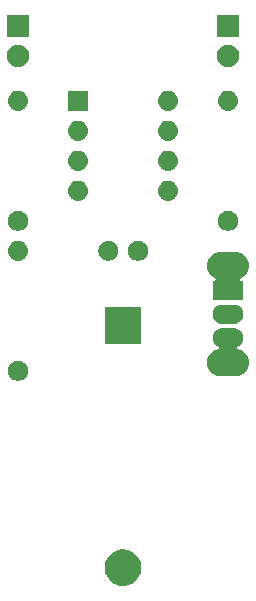
<source format=gbr>
G04 #@! TF.GenerationSoftware,KiCad,Pcbnew,(5.1.0)-1*
G04 #@! TF.CreationDate,2019-04-06T20:38:15-05:00*
G04 #@! TF.ProjectId,kicon19-blinky,6b69636f-6e31-4392-9d62-6c696e6b792e,rev?*
G04 #@! TF.SameCoordinates,Original*
G04 #@! TF.FileFunction,Soldermask,Bot*
G04 #@! TF.FilePolarity,Negative*
%FSLAX46Y46*%
G04 Gerber Fmt 4.6, Leading zero omitted, Abs format (unit mm)*
G04 Created by KiCad (PCBNEW (5.1.0)-1) date 2019-04-06 20:38:15*
%MOMM*%
%LPD*%
G04 APERTURE LIST*
%ADD10C,0.100000*%
G04 APERTURE END LIST*
D10*
G36*
X153972585Y-139618802D02*
G01*
X154122410Y-139648604D01*
X154404674Y-139765521D01*
X154658705Y-139935259D01*
X154874741Y-140151295D01*
X155044479Y-140405326D01*
X155161396Y-140687590D01*
X155221000Y-140987240D01*
X155221000Y-141292760D01*
X155161396Y-141592410D01*
X155044479Y-141874674D01*
X154874741Y-142128705D01*
X154658705Y-142344741D01*
X154404674Y-142514479D01*
X154122410Y-142631396D01*
X153972585Y-142661198D01*
X153822761Y-142691000D01*
X153517239Y-142691000D01*
X153367415Y-142661198D01*
X153217590Y-142631396D01*
X152935326Y-142514479D01*
X152681295Y-142344741D01*
X152465259Y-142128705D01*
X152295521Y-141874674D01*
X152178604Y-141592410D01*
X152119000Y-141292760D01*
X152119000Y-140987240D01*
X152178604Y-140687590D01*
X152295521Y-140405326D01*
X152465259Y-140151295D01*
X152681295Y-139935259D01*
X152935326Y-139765521D01*
X153217590Y-139648604D01*
X153367415Y-139618802D01*
X153517239Y-139589000D01*
X153822761Y-139589000D01*
X153972585Y-139618802D01*
X153972585Y-139618802D01*
G37*
G36*
X145028228Y-123641703D02*
G01*
X145183100Y-123705853D01*
X145322481Y-123798985D01*
X145441015Y-123917519D01*
X145534147Y-124056900D01*
X145598297Y-124211772D01*
X145631000Y-124376184D01*
X145631000Y-124543816D01*
X145598297Y-124708228D01*
X145534147Y-124863100D01*
X145441015Y-125002481D01*
X145322481Y-125121015D01*
X145183100Y-125214147D01*
X145028228Y-125278297D01*
X144863816Y-125311000D01*
X144696184Y-125311000D01*
X144531772Y-125278297D01*
X144376900Y-125214147D01*
X144237519Y-125121015D01*
X144118985Y-125002481D01*
X144025853Y-124863100D01*
X143961703Y-124708228D01*
X143929000Y-124543816D01*
X143929000Y-124376184D01*
X143961703Y-124211772D01*
X144025853Y-124056900D01*
X144118985Y-123917519D01*
X144237519Y-123798985D01*
X144376900Y-123705853D01*
X144531772Y-123641703D01*
X144696184Y-123609000D01*
X144863816Y-123609000D01*
X145028228Y-123641703D01*
X145028228Y-123641703D01*
G37*
G36*
X163138571Y-120872863D02*
G01*
X163217023Y-120880590D01*
X163317682Y-120911125D01*
X163368013Y-120926392D01*
X163507165Y-121000771D01*
X163629133Y-121100867D01*
X163729229Y-121222835D01*
X163803608Y-121361987D01*
X163803608Y-121361988D01*
X163849410Y-121512977D01*
X163864875Y-121670000D01*
X163849410Y-121827023D01*
X163818875Y-121927682D01*
X163803608Y-121978013D01*
X163729229Y-122117165D01*
X163629133Y-122239133D01*
X163507165Y-122339229D01*
X163391161Y-122401235D01*
X163370787Y-122414849D01*
X163353460Y-122432176D01*
X163339846Y-122452550D01*
X163330469Y-122475189D01*
X163325689Y-122499223D01*
X163325689Y-122523727D01*
X163330470Y-122547760D01*
X163339847Y-122570399D01*
X163353461Y-122590773D01*
X163370788Y-122608100D01*
X163391162Y-122621714D01*
X163413801Y-122631091D01*
X163433516Y-122635012D01*
X163435631Y-122635654D01*
X163435635Y-122635654D01*
X163652600Y-122701470D01*
X163652602Y-122701471D01*
X163852555Y-122808347D01*
X164027818Y-122952182D01*
X164171653Y-123127445D01*
X164278529Y-123327398D01*
X164344346Y-123544366D01*
X164366569Y-123770000D01*
X164344346Y-123995634D01*
X164278529Y-124212602D01*
X164171653Y-124412555D01*
X164027818Y-124587818D01*
X163852555Y-124731653D01*
X163652602Y-124838529D01*
X163652600Y-124838530D01*
X163435635Y-124904346D01*
X163379271Y-124909897D01*
X163266545Y-124921000D01*
X161853455Y-124921000D01*
X161740729Y-124909897D01*
X161684365Y-124904346D01*
X161467400Y-124838530D01*
X161467398Y-124838529D01*
X161267445Y-124731653D01*
X161092182Y-124587818D01*
X160948347Y-124412555D01*
X160841471Y-124212602D01*
X160775654Y-123995634D01*
X160753431Y-123770000D01*
X160775654Y-123544366D01*
X160841471Y-123327398D01*
X160948347Y-123127445D01*
X161092182Y-122952182D01*
X161267445Y-122808347D01*
X161467398Y-122701471D01*
X161467400Y-122701470D01*
X161684365Y-122635654D01*
X161684369Y-122635654D01*
X161686484Y-122635012D01*
X161706197Y-122631091D01*
X161728836Y-122621715D01*
X161749210Y-122608101D01*
X161766538Y-122590775D01*
X161780152Y-122570401D01*
X161789530Y-122547762D01*
X161794311Y-122523729D01*
X161794311Y-122499225D01*
X161789531Y-122475191D01*
X161780155Y-122452552D01*
X161766541Y-122432178D01*
X161749215Y-122414850D01*
X161728839Y-122401235D01*
X161612835Y-122339229D01*
X161490867Y-122239133D01*
X161390771Y-122117165D01*
X161316392Y-121978013D01*
X161301125Y-121927682D01*
X161270590Y-121827023D01*
X161255125Y-121670000D01*
X161270590Y-121512977D01*
X161316392Y-121361988D01*
X161316392Y-121361987D01*
X161390771Y-121222835D01*
X161490867Y-121100867D01*
X161612835Y-121000771D01*
X161751987Y-120926392D01*
X161802318Y-120911125D01*
X161902977Y-120880590D01*
X161981429Y-120872863D01*
X162020654Y-120869000D01*
X163099346Y-120869000D01*
X163138571Y-120872863D01*
X163138571Y-120872863D01*
G37*
G36*
X155221000Y-122201000D02*
G01*
X152119000Y-122201000D01*
X152119000Y-119099000D01*
X155221000Y-119099000D01*
X155221000Y-122201000D01*
X155221000Y-122201000D01*
G37*
G36*
X163138571Y-118872863D02*
G01*
X163217023Y-118880590D01*
X163317682Y-118911125D01*
X163368013Y-118926392D01*
X163507165Y-119000771D01*
X163629133Y-119100867D01*
X163729229Y-119222835D01*
X163803608Y-119361987D01*
X163803608Y-119361988D01*
X163849410Y-119512977D01*
X163864875Y-119670000D01*
X163849410Y-119827023D01*
X163818875Y-119927682D01*
X163803608Y-119978013D01*
X163729229Y-120117165D01*
X163629133Y-120239133D01*
X163507165Y-120339229D01*
X163368013Y-120413608D01*
X163317682Y-120428875D01*
X163217023Y-120459410D01*
X163138571Y-120467137D01*
X163099346Y-120471000D01*
X162020654Y-120471000D01*
X161981429Y-120467137D01*
X161902977Y-120459410D01*
X161802318Y-120428875D01*
X161751987Y-120413608D01*
X161612835Y-120339229D01*
X161490867Y-120239133D01*
X161390771Y-120117165D01*
X161316392Y-119978013D01*
X161301125Y-119927682D01*
X161270590Y-119827023D01*
X161255125Y-119670000D01*
X161270590Y-119512977D01*
X161316392Y-119361988D01*
X161316392Y-119361987D01*
X161390771Y-119222835D01*
X161490867Y-119100867D01*
X161612835Y-119000771D01*
X161751987Y-118926392D01*
X161802318Y-118911125D01*
X161902977Y-118880590D01*
X161981429Y-118872863D01*
X162020654Y-118869000D01*
X163099346Y-118869000D01*
X163138571Y-118872863D01*
X163138571Y-118872863D01*
G37*
G36*
X163379271Y-114430103D02*
G01*
X163435635Y-114435654D01*
X163652600Y-114501470D01*
X163652602Y-114501471D01*
X163852555Y-114608347D01*
X164027818Y-114752182D01*
X164171653Y-114927445D01*
X164216316Y-115011005D01*
X164278530Y-115127400D01*
X164281954Y-115138687D01*
X164344346Y-115344366D01*
X164366569Y-115570000D01*
X164344346Y-115795634D01*
X164278529Y-116012602D01*
X164171653Y-116212555D01*
X164027818Y-116387818D01*
X163852555Y-116531653D01*
X163661521Y-116633762D01*
X163641147Y-116647375D01*
X163623820Y-116664702D01*
X163610206Y-116685077D01*
X163600828Y-116707715D01*
X163596048Y-116731749D01*
X163596048Y-116756253D01*
X163600828Y-116780286D01*
X163610206Y-116802925D01*
X163623819Y-116823299D01*
X163641146Y-116840626D01*
X163661521Y-116854240D01*
X163684159Y-116863618D01*
X163708193Y-116868398D01*
X163720445Y-116869000D01*
X163861000Y-116869000D01*
X163861000Y-118471000D01*
X161259000Y-118471000D01*
X161259000Y-116869000D01*
X161399555Y-116869000D01*
X161423941Y-116866598D01*
X161447390Y-116859485D01*
X161469001Y-116847934D01*
X161487943Y-116832389D01*
X161503488Y-116813447D01*
X161515039Y-116791836D01*
X161522152Y-116768387D01*
X161524554Y-116744001D01*
X161522152Y-116719615D01*
X161515039Y-116696166D01*
X161503488Y-116674555D01*
X161487943Y-116655613D01*
X161469001Y-116640068D01*
X161458479Y-116633762D01*
X161267445Y-116531653D01*
X161092182Y-116387818D01*
X160948347Y-116212555D01*
X160841471Y-116012602D01*
X160775654Y-115795634D01*
X160753431Y-115570000D01*
X160775654Y-115344366D01*
X160838046Y-115138687D01*
X160841470Y-115127400D01*
X160903684Y-115011005D01*
X160948347Y-114927445D01*
X161092182Y-114752182D01*
X161267445Y-114608347D01*
X161467398Y-114501471D01*
X161467400Y-114501470D01*
X161684365Y-114435654D01*
X161740729Y-114430103D01*
X161853455Y-114419000D01*
X163266545Y-114419000D01*
X163379271Y-114430103D01*
X163379271Y-114430103D01*
G37*
G36*
X155188228Y-113481703D02*
G01*
X155343100Y-113545853D01*
X155482481Y-113638985D01*
X155601015Y-113757519D01*
X155694147Y-113896900D01*
X155758297Y-114051772D01*
X155791000Y-114216184D01*
X155791000Y-114383816D01*
X155758297Y-114548228D01*
X155694147Y-114703100D01*
X155601015Y-114842481D01*
X155482481Y-114961015D01*
X155343100Y-115054147D01*
X155188228Y-115118297D01*
X155023816Y-115151000D01*
X154856184Y-115151000D01*
X154691772Y-115118297D01*
X154536900Y-115054147D01*
X154397519Y-114961015D01*
X154278985Y-114842481D01*
X154185853Y-114703100D01*
X154121703Y-114548228D01*
X154089000Y-114383816D01*
X154089000Y-114216184D01*
X154121703Y-114051772D01*
X154185853Y-113896900D01*
X154278985Y-113757519D01*
X154397519Y-113638985D01*
X154536900Y-113545853D01*
X154691772Y-113481703D01*
X154856184Y-113449000D01*
X155023816Y-113449000D01*
X155188228Y-113481703D01*
X155188228Y-113481703D01*
G37*
G36*
X152688228Y-113481703D02*
G01*
X152843100Y-113545853D01*
X152982481Y-113638985D01*
X153101015Y-113757519D01*
X153194147Y-113896900D01*
X153258297Y-114051772D01*
X153291000Y-114216184D01*
X153291000Y-114383816D01*
X153258297Y-114548228D01*
X153194147Y-114703100D01*
X153101015Y-114842481D01*
X152982481Y-114961015D01*
X152843100Y-115054147D01*
X152688228Y-115118297D01*
X152523816Y-115151000D01*
X152356184Y-115151000D01*
X152191772Y-115118297D01*
X152036900Y-115054147D01*
X151897519Y-114961015D01*
X151778985Y-114842481D01*
X151685853Y-114703100D01*
X151621703Y-114548228D01*
X151589000Y-114383816D01*
X151589000Y-114216184D01*
X151621703Y-114051772D01*
X151685853Y-113896900D01*
X151778985Y-113757519D01*
X151897519Y-113638985D01*
X152036900Y-113545853D01*
X152191772Y-113481703D01*
X152356184Y-113449000D01*
X152523816Y-113449000D01*
X152688228Y-113481703D01*
X152688228Y-113481703D01*
G37*
G36*
X144946823Y-113461313D02*
G01*
X145107242Y-113509976D01*
X145174361Y-113545852D01*
X145255078Y-113588996D01*
X145384659Y-113695341D01*
X145491004Y-113824922D01*
X145491005Y-113824924D01*
X145570024Y-113972758D01*
X145618687Y-114133177D01*
X145635117Y-114300000D01*
X145618687Y-114466823D01*
X145579083Y-114597380D01*
X145575756Y-114608348D01*
X145570024Y-114627242D01*
X145529477Y-114703100D01*
X145491004Y-114775078D01*
X145384659Y-114904659D01*
X145255078Y-115011004D01*
X145255076Y-115011005D01*
X145107242Y-115090024D01*
X144946823Y-115138687D01*
X144821804Y-115151000D01*
X144738196Y-115151000D01*
X144613177Y-115138687D01*
X144452758Y-115090024D01*
X144304924Y-115011005D01*
X144304922Y-115011004D01*
X144175341Y-114904659D01*
X144068996Y-114775078D01*
X144030523Y-114703100D01*
X143989976Y-114627242D01*
X143984245Y-114608348D01*
X143980917Y-114597380D01*
X143941313Y-114466823D01*
X143924883Y-114300000D01*
X143941313Y-114133177D01*
X143989976Y-113972758D01*
X144068995Y-113824924D01*
X144068996Y-113824922D01*
X144175341Y-113695341D01*
X144304922Y-113588996D01*
X144385639Y-113545852D01*
X144452758Y-113509976D01*
X144613177Y-113461313D01*
X144738196Y-113449000D01*
X144821804Y-113449000D01*
X144946823Y-113461313D01*
X144946823Y-113461313D01*
G37*
G36*
X145028228Y-110941703D02*
G01*
X145183100Y-111005853D01*
X145322481Y-111098985D01*
X145441015Y-111217519D01*
X145534147Y-111356900D01*
X145598297Y-111511772D01*
X145631000Y-111676184D01*
X145631000Y-111843816D01*
X145598297Y-112008228D01*
X145534147Y-112163100D01*
X145441015Y-112302481D01*
X145322481Y-112421015D01*
X145183100Y-112514147D01*
X145028228Y-112578297D01*
X144863816Y-112611000D01*
X144696184Y-112611000D01*
X144531772Y-112578297D01*
X144376900Y-112514147D01*
X144237519Y-112421015D01*
X144118985Y-112302481D01*
X144025853Y-112163100D01*
X143961703Y-112008228D01*
X143929000Y-111843816D01*
X143929000Y-111676184D01*
X143961703Y-111511772D01*
X144025853Y-111356900D01*
X144118985Y-111217519D01*
X144237519Y-111098985D01*
X144376900Y-111005853D01*
X144531772Y-110941703D01*
X144696184Y-110909000D01*
X144863816Y-110909000D01*
X145028228Y-110941703D01*
X145028228Y-110941703D01*
G37*
G36*
X162808228Y-110941703D02*
G01*
X162963100Y-111005853D01*
X163102481Y-111098985D01*
X163221015Y-111217519D01*
X163314147Y-111356900D01*
X163378297Y-111511772D01*
X163411000Y-111676184D01*
X163411000Y-111843816D01*
X163378297Y-112008228D01*
X163314147Y-112163100D01*
X163221015Y-112302481D01*
X163102481Y-112421015D01*
X162963100Y-112514147D01*
X162808228Y-112578297D01*
X162643816Y-112611000D01*
X162476184Y-112611000D01*
X162311772Y-112578297D01*
X162156900Y-112514147D01*
X162017519Y-112421015D01*
X161898985Y-112302481D01*
X161805853Y-112163100D01*
X161741703Y-112008228D01*
X161709000Y-111843816D01*
X161709000Y-111676184D01*
X161741703Y-111511772D01*
X161805853Y-111356900D01*
X161898985Y-111217519D01*
X162017519Y-111098985D01*
X162156900Y-111005853D01*
X162311772Y-110941703D01*
X162476184Y-110909000D01*
X162643816Y-110909000D01*
X162808228Y-110941703D01*
X162808228Y-110941703D01*
G37*
G36*
X150026823Y-108381313D02*
G01*
X150187242Y-108429976D01*
X150319906Y-108500886D01*
X150335078Y-108508996D01*
X150464659Y-108615341D01*
X150571004Y-108744922D01*
X150571005Y-108744924D01*
X150650024Y-108892758D01*
X150698687Y-109053177D01*
X150715117Y-109220000D01*
X150698687Y-109386823D01*
X150650024Y-109547242D01*
X150579114Y-109679906D01*
X150571004Y-109695078D01*
X150464659Y-109824659D01*
X150335078Y-109931004D01*
X150335076Y-109931005D01*
X150187242Y-110010024D01*
X150026823Y-110058687D01*
X149901804Y-110071000D01*
X149818196Y-110071000D01*
X149693177Y-110058687D01*
X149532758Y-110010024D01*
X149384924Y-109931005D01*
X149384922Y-109931004D01*
X149255341Y-109824659D01*
X149148996Y-109695078D01*
X149140886Y-109679906D01*
X149069976Y-109547242D01*
X149021313Y-109386823D01*
X149004883Y-109220000D01*
X149021313Y-109053177D01*
X149069976Y-108892758D01*
X149148995Y-108744924D01*
X149148996Y-108744922D01*
X149255341Y-108615341D01*
X149384922Y-108508996D01*
X149400094Y-108500886D01*
X149532758Y-108429976D01*
X149693177Y-108381313D01*
X149818196Y-108369000D01*
X149901804Y-108369000D01*
X150026823Y-108381313D01*
X150026823Y-108381313D01*
G37*
G36*
X157646823Y-108381313D02*
G01*
X157807242Y-108429976D01*
X157939906Y-108500886D01*
X157955078Y-108508996D01*
X158084659Y-108615341D01*
X158191004Y-108744922D01*
X158191005Y-108744924D01*
X158270024Y-108892758D01*
X158318687Y-109053177D01*
X158335117Y-109220000D01*
X158318687Y-109386823D01*
X158270024Y-109547242D01*
X158199114Y-109679906D01*
X158191004Y-109695078D01*
X158084659Y-109824659D01*
X157955078Y-109931004D01*
X157955076Y-109931005D01*
X157807242Y-110010024D01*
X157646823Y-110058687D01*
X157521804Y-110071000D01*
X157438196Y-110071000D01*
X157313177Y-110058687D01*
X157152758Y-110010024D01*
X157004924Y-109931005D01*
X157004922Y-109931004D01*
X156875341Y-109824659D01*
X156768996Y-109695078D01*
X156760886Y-109679906D01*
X156689976Y-109547242D01*
X156641313Y-109386823D01*
X156624883Y-109220000D01*
X156641313Y-109053177D01*
X156689976Y-108892758D01*
X156768995Y-108744924D01*
X156768996Y-108744922D01*
X156875341Y-108615341D01*
X157004922Y-108508996D01*
X157020094Y-108500886D01*
X157152758Y-108429976D01*
X157313177Y-108381313D01*
X157438196Y-108369000D01*
X157521804Y-108369000D01*
X157646823Y-108381313D01*
X157646823Y-108381313D01*
G37*
G36*
X150026823Y-105841313D02*
G01*
X150187242Y-105889976D01*
X150319906Y-105960886D01*
X150335078Y-105968996D01*
X150464659Y-106075341D01*
X150571004Y-106204922D01*
X150571005Y-106204924D01*
X150650024Y-106352758D01*
X150698687Y-106513177D01*
X150715117Y-106680000D01*
X150698687Y-106846823D01*
X150650024Y-107007242D01*
X150579114Y-107139906D01*
X150571004Y-107155078D01*
X150464659Y-107284659D01*
X150335078Y-107391004D01*
X150335076Y-107391005D01*
X150187242Y-107470024D01*
X150026823Y-107518687D01*
X149901804Y-107531000D01*
X149818196Y-107531000D01*
X149693177Y-107518687D01*
X149532758Y-107470024D01*
X149384924Y-107391005D01*
X149384922Y-107391004D01*
X149255341Y-107284659D01*
X149148996Y-107155078D01*
X149140886Y-107139906D01*
X149069976Y-107007242D01*
X149021313Y-106846823D01*
X149004883Y-106680000D01*
X149021313Y-106513177D01*
X149069976Y-106352758D01*
X149148995Y-106204924D01*
X149148996Y-106204922D01*
X149255341Y-106075341D01*
X149384922Y-105968996D01*
X149400094Y-105960886D01*
X149532758Y-105889976D01*
X149693177Y-105841313D01*
X149818196Y-105829000D01*
X149901804Y-105829000D01*
X150026823Y-105841313D01*
X150026823Y-105841313D01*
G37*
G36*
X157646823Y-105841313D02*
G01*
X157807242Y-105889976D01*
X157939906Y-105960886D01*
X157955078Y-105968996D01*
X158084659Y-106075341D01*
X158191004Y-106204922D01*
X158191005Y-106204924D01*
X158270024Y-106352758D01*
X158318687Y-106513177D01*
X158335117Y-106680000D01*
X158318687Y-106846823D01*
X158270024Y-107007242D01*
X158199114Y-107139906D01*
X158191004Y-107155078D01*
X158084659Y-107284659D01*
X157955078Y-107391004D01*
X157955076Y-107391005D01*
X157807242Y-107470024D01*
X157646823Y-107518687D01*
X157521804Y-107531000D01*
X157438196Y-107531000D01*
X157313177Y-107518687D01*
X157152758Y-107470024D01*
X157004924Y-107391005D01*
X157004922Y-107391004D01*
X156875341Y-107284659D01*
X156768996Y-107155078D01*
X156760886Y-107139906D01*
X156689976Y-107007242D01*
X156641313Y-106846823D01*
X156624883Y-106680000D01*
X156641313Y-106513177D01*
X156689976Y-106352758D01*
X156768995Y-106204924D01*
X156768996Y-106204922D01*
X156875341Y-106075341D01*
X157004922Y-105968996D01*
X157020094Y-105960886D01*
X157152758Y-105889976D01*
X157313177Y-105841313D01*
X157438196Y-105829000D01*
X157521804Y-105829000D01*
X157646823Y-105841313D01*
X157646823Y-105841313D01*
G37*
G36*
X150026823Y-103301313D02*
G01*
X150187242Y-103349976D01*
X150319906Y-103420886D01*
X150335078Y-103428996D01*
X150464659Y-103535341D01*
X150571004Y-103664922D01*
X150571005Y-103664924D01*
X150650024Y-103812758D01*
X150698687Y-103973177D01*
X150715117Y-104140000D01*
X150698687Y-104306823D01*
X150650024Y-104467242D01*
X150579114Y-104599906D01*
X150571004Y-104615078D01*
X150464659Y-104744659D01*
X150335078Y-104851004D01*
X150335076Y-104851005D01*
X150187242Y-104930024D01*
X150026823Y-104978687D01*
X149901804Y-104991000D01*
X149818196Y-104991000D01*
X149693177Y-104978687D01*
X149532758Y-104930024D01*
X149384924Y-104851005D01*
X149384922Y-104851004D01*
X149255341Y-104744659D01*
X149148996Y-104615078D01*
X149140886Y-104599906D01*
X149069976Y-104467242D01*
X149021313Y-104306823D01*
X149004883Y-104140000D01*
X149021313Y-103973177D01*
X149069976Y-103812758D01*
X149148995Y-103664924D01*
X149148996Y-103664922D01*
X149255341Y-103535341D01*
X149384922Y-103428996D01*
X149400094Y-103420886D01*
X149532758Y-103349976D01*
X149693177Y-103301313D01*
X149818196Y-103289000D01*
X149901804Y-103289000D01*
X150026823Y-103301313D01*
X150026823Y-103301313D01*
G37*
G36*
X157646823Y-103301313D02*
G01*
X157807242Y-103349976D01*
X157939906Y-103420886D01*
X157955078Y-103428996D01*
X158084659Y-103535341D01*
X158191004Y-103664922D01*
X158191005Y-103664924D01*
X158270024Y-103812758D01*
X158318687Y-103973177D01*
X158335117Y-104140000D01*
X158318687Y-104306823D01*
X158270024Y-104467242D01*
X158199114Y-104599906D01*
X158191004Y-104615078D01*
X158084659Y-104744659D01*
X157955078Y-104851004D01*
X157955076Y-104851005D01*
X157807242Y-104930024D01*
X157646823Y-104978687D01*
X157521804Y-104991000D01*
X157438196Y-104991000D01*
X157313177Y-104978687D01*
X157152758Y-104930024D01*
X157004924Y-104851005D01*
X157004922Y-104851004D01*
X156875341Y-104744659D01*
X156768996Y-104615078D01*
X156760886Y-104599906D01*
X156689976Y-104467242D01*
X156641313Y-104306823D01*
X156624883Y-104140000D01*
X156641313Y-103973177D01*
X156689976Y-103812758D01*
X156768995Y-103664924D01*
X156768996Y-103664922D01*
X156875341Y-103535341D01*
X157004922Y-103428996D01*
X157020094Y-103420886D01*
X157152758Y-103349976D01*
X157313177Y-103301313D01*
X157438196Y-103289000D01*
X157521804Y-103289000D01*
X157646823Y-103301313D01*
X157646823Y-103301313D01*
G37*
G36*
X157646823Y-100761313D02*
G01*
X157807242Y-100809976D01*
X157939906Y-100880886D01*
X157955078Y-100888996D01*
X158084659Y-100995341D01*
X158191004Y-101124922D01*
X158191005Y-101124924D01*
X158270024Y-101272758D01*
X158318687Y-101433177D01*
X158335117Y-101600000D01*
X158318687Y-101766823D01*
X158270024Y-101927242D01*
X158199114Y-102059906D01*
X158191004Y-102075078D01*
X158084659Y-102204659D01*
X157955078Y-102311004D01*
X157955076Y-102311005D01*
X157807242Y-102390024D01*
X157646823Y-102438687D01*
X157521804Y-102451000D01*
X157438196Y-102451000D01*
X157313177Y-102438687D01*
X157152758Y-102390024D01*
X157004924Y-102311005D01*
X157004922Y-102311004D01*
X156875341Y-102204659D01*
X156768996Y-102075078D01*
X156760886Y-102059906D01*
X156689976Y-101927242D01*
X156641313Y-101766823D01*
X156624883Y-101600000D01*
X156641313Y-101433177D01*
X156689976Y-101272758D01*
X156768995Y-101124924D01*
X156768996Y-101124922D01*
X156875341Y-100995341D01*
X157004922Y-100888996D01*
X157020094Y-100880886D01*
X157152758Y-100809976D01*
X157313177Y-100761313D01*
X157438196Y-100749000D01*
X157521804Y-100749000D01*
X157646823Y-100761313D01*
X157646823Y-100761313D01*
G37*
G36*
X150711000Y-102451000D02*
G01*
X149009000Y-102451000D01*
X149009000Y-100749000D01*
X150711000Y-100749000D01*
X150711000Y-102451000D01*
X150711000Y-102451000D01*
G37*
G36*
X162726823Y-100761313D02*
G01*
X162887242Y-100809976D01*
X163019906Y-100880886D01*
X163035078Y-100888996D01*
X163164659Y-100995341D01*
X163271004Y-101124922D01*
X163271005Y-101124924D01*
X163350024Y-101272758D01*
X163398687Y-101433177D01*
X163415117Y-101600000D01*
X163398687Y-101766823D01*
X163350024Y-101927242D01*
X163279114Y-102059906D01*
X163271004Y-102075078D01*
X163164659Y-102204659D01*
X163035078Y-102311004D01*
X163035076Y-102311005D01*
X162887242Y-102390024D01*
X162726823Y-102438687D01*
X162601804Y-102451000D01*
X162518196Y-102451000D01*
X162393177Y-102438687D01*
X162232758Y-102390024D01*
X162084924Y-102311005D01*
X162084922Y-102311004D01*
X161955341Y-102204659D01*
X161848996Y-102075078D01*
X161840886Y-102059906D01*
X161769976Y-101927242D01*
X161721313Y-101766823D01*
X161704883Y-101600000D01*
X161721313Y-101433177D01*
X161769976Y-101272758D01*
X161848995Y-101124924D01*
X161848996Y-101124922D01*
X161955341Y-100995341D01*
X162084922Y-100888996D01*
X162100094Y-100880886D01*
X162232758Y-100809976D01*
X162393177Y-100761313D01*
X162518196Y-100749000D01*
X162601804Y-100749000D01*
X162726823Y-100761313D01*
X162726823Y-100761313D01*
G37*
G36*
X144946823Y-100761313D02*
G01*
X145107242Y-100809976D01*
X145239906Y-100880886D01*
X145255078Y-100888996D01*
X145384659Y-100995341D01*
X145491004Y-101124922D01*
X145491005Y-101124924D01*
X145570024Y-101272758D01*
X145618687Y-101433177D01*
X145635117Y-101600000D01*
X145618687Y-101766823D01*
X145570024Y-101927242D01*
X145499114Y-102059906D01*
X145491004Y-102075078D01*
X145384659Y-102204659D01*
X145255078Y-102311004D01*
X145255076Y-102311005D01*
X145107242Y-102390024D01*
X144946823Y-102438687D01*
X144821804Y-102451000D01*
X144738196Y-102451000D01*
X144613177Y-102438687D01*
X144452758Y-102390024D01*
X144304924Y-102311005D01*
X144304922Y-102311004D01*
X144175341Y-102204659D01*
X144068996Y-102075078D01*
X144060886Y-102059906D01*
X143989976Y-101927242D01*
X143941313Y-101766823D01*
X143924883Y-101600000D01*
X143941313Y-101433177D01*
X143989976Y-101272758D01*
X144068995Y-101124924D01*
X144068996Y-101124922D01*
X144175341Y-100995341D01*
X144304922Y-100888996D01*
X144320094Y-100880886D01*
X144452758Y-100809976D01*
X144613177Y-100761313D01*
X144738196Y-100749000D01*
X144821804Y-100749000D01*
X144946823Y-100761313D01*
X144946823Y-100761313D01*
G37*
G36*
X162837395Y-96875546D02*
G01*
X163010466Y-96947234D01*
X163010467Y-96947235D01*
X163166227Y-97051310D01*
X163298690Y-97183773D01*
X163298691Y-97183775D01*
X163402766Y-97339534D01*
X163474454Y-97512605D01*
X163511000Y-97696333D01*
X163511000Y-97883667D01*
X163474454Y-98067395D01*
X163402766Y-98240466D01*
X163402765Y-98240467D01*
X163298690Y-98396227D01*
X163166227Y-98528690D01*
X163087818Y-98581081D01*
X163010466Y-98632766D01*
X162837395Y-98704454D01*
X162653667Y-98741000D01*
X162466333Y-98741000D01*
X162282605Y-98704454D01*
X162109534Y-98632766D01*
X162032182Y-98581081D01*
X161953773Y-98528690D01*
X161821310Y-98396227D01*
X161717235Y-98240467D01*
X161717234Y-98240466D01*
X161645546Y-98067395D01*
X161609000Y-97883667D01*
X161609000Y-97696333D01*
X161645546Y-97512605D01*
X161717234Y-97339534D01*
X161821309Y-97183775D01*
X161821310Y-97183773D01*
X161953773Y-97051310D01*
X162109533Y-96947235D01*
X162109534Y-96947234D01*
X162282605Y-96875546D01*
X162466333Y-96839000D01*
X162653667Y-96839000D01*
X162837395Y-96875546D01*
X162837395Y-96875546D01*
G37*
G36*
X145057395Y-96875546D02*
G01*
X145230466Y-96947234D01*
X145230467Y-96947235D01*
X145386227Y-97051310D01*
X145518690Y-97183773D01*
X145518691Y-97183775D01*
X145622766Y-97339534D01*
X145694454Y-97512605D01*
X145731000Y-97696333D01*
X145731000Y-97883667D01*
X145694454Y-98067395D01*
X145622766Y-98240466D01*
X145622765Y-98240467D01*
X145518690Y-98396227D01*
X145386227Y-98528690D01*
X145307818Y-98581081D01*
X145230466Y-98632766D01*
X145057395Y-98704454D01*
X144873667Y-98741000D01*
X144686333Y-98741000D01*
X144502605Y-98704454D01*
X144329534Y-98632766D01*
X144252182Y-98581081D01*
X144173773Y-98528690D01*
X144041310Y-98396227D01*
X143937235Y-98240467D01*
X143937234Y-98240466D01*
X143865546Y-98067395D01*
X143829000Y-97883667D01*
X143829000Y-97696333D01*
X143865546Y-97512605D01*
X143937234Y-97339534D01*
X144041309Y-97183775D01*
X144041310Y-97183773D01*
X144173773Y-97051310D01*
X144329533Y-96947235D01*
X144329534Y-96947234D01*
X144502605Y-96875546D01*
X144686333Y-96839000D01*
X144873667Y-96839000D01*
X145057395Y-96875546D01*
X145057395Y-96875546D01*
G37*
G36*
X145731000Y-96201000D02*
G01*
X143829000Y-96201000D01*
X143829000Y-94299000D01*
X145731000Y-94299000D01*
X145731000Y-96201000D01*
X145731000Y-96201000D01*
G37*
G36*
X163511000Y-96201000D02*
G01*
X161609000Y-96201000D01*
X161609000Y-94299000D01*
X163511000Y-94299000D01*
X163511000Y-96201000D01*
X163511000Y-96201000D01*
G37*
M02*

</source>
